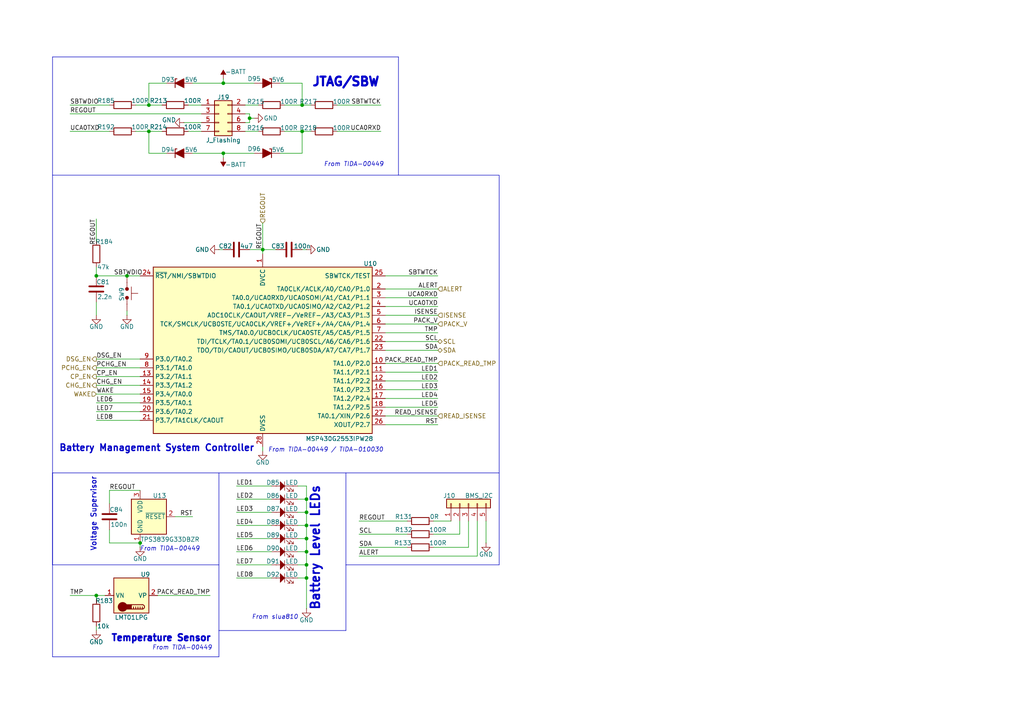
<source format=kicad_sch>
(kicad_sch (version 20250114) (generator "eeschema") (generator_version "9.0")
  (paper "A4")
  (lib_symbols
    (symbol "Connector_Generic:Conn_01x05" (pin_names (offset 1.016) (hide yes))
      (property "Reference" "J" (at 0 7.62 0))
      (property "Value" "Conn_01x05" (at 0 -7.62 0))
      (symbol "Conn_01x05_1_1"
        (rectangle (start -1.27 6.35) (end 1.27 -6.35) (stroke (width 0.254)) (fill (type background)))
        (rectangle (start -1.27 5.207) (end 0 4.953) (stroke (width 0.1524)))
        (rectangle (start -1.27 2.667) (end 0 2.413) (stroke (width 0.1524)))
        (rectangle (start -1.27 0.127) (end 0 -0.127) (stroke (width 0.1524)))
        (rectangle (start -1.27 -2.413) (end 0 -2.667) (stroke (width 0.1524)))
        (rectangle (start -1.27 -4.953) (end 0 -5.207) (stroke (width 0.1524)))
        (pin passive line (at -5.08 5.08 0) (length 3.81) (name "Pin_1") (number "1"))
        (pin passive line (at -5.08 2.54 0) (length 3.81) (name "Pin_2") (number "2"))
        (pin passive line (at -5.08 0 0) (length 3.81) (name "Pin_3") (number "3"))
        (pin passive line (at -5.08 -2.54 0) (length 3.81) (name "Pin_4") (number "4"))
        (pin passive line (at -5.08 -5.08 0) (length 3.81) (name "Pin_5") (number "5"))
      )
    )
    (symbol "Device:C" (pin_numbers (hide yes)) (pin_names (offset 0.254))
      (property "Reference" "C" (at 0.635 2.54 0))
      (property "Value" "C" (at 0.635 -2.54 0))
      (symbol "C_0_1"
        (polyline (pts (xy -2.032 0.762) (xy 2.032 0.762)) (stroke (width 0.508)))
        (polyline (pts (xy -2.032 -0.762) (xy 2.032 -0.762)) (stroke (width 0.508)))
      )
      (symbol "C_1_1"
        (pin passive line (at 0 3.81 270) (length 2.794) (name "~") (number "1"))
        (pin passive line (at 0 -3.81 90) (length 2.794) (name "~") (number "2"))
      )
    )
    (symbol "Device:D_Zener_Filled" (pin_numbers (hide yes)) (pin_names (offset 1.016) (hide yes))
      (property "Reference" "D" (at 0 2.54 0))
      (property "Value" "D_Zener_Filled" (at 0 -2.54 0))
      (symbol "D_Zener_Filled_0_1"
        (polyline (pts (xy -1.27 -1.27) (xy -1.27 1.27) (xy -0.762 1.27)) (stroke (width 0.254)))
        (polyline (pts (xy 1.27 0) (xy -1.27 0)))
        (polyline (pts (xy 1.27 -1.27) (xy 1.27 1.27) (xy -1.27 0) (xy 1.27 -1.27)) (stroke (width 0.254)) (fill (type outline)))
      )
      (symbol "D_Zener_Filled_1_1"
        (pin passive line (at -3.81 0 0) (length 2.54) (name "K") (number "1"))
        (pin passive line (at 3.81 0 180) (length 2.54) (name "A") (number "2"))
      )
    )
    (symbol "Device:R" (pin_numbers (hide yes)) (pin_names (offset 0))
      (property "Reference" "R" (at 2.032 0 90))
      (property "Value" "R" (at 0 0 90))
      (symbol "R_0_1"
        (rectangle (start -1.016 -2.54) (end 1.016 2.54) (stroke (width 0.254)))
      )
      (symbol "R_1_1"
        (pin passive line (at 0 3.81 270) (length 1.27) (name "~") (number "1"))
        (pin passive line (at 0 -3.81 90) (length 1.27) (name "~") (number "2"))
      )
    )
    (symbol "MCU_Texas_MSP430:MSP430G2553IPW28"
      (property "Reference" "U" (at -30.48 25.4 0))
      (property "Value" "MSP430G2553IPW28" (at 24.13 -25.4 0))
      (symbol "MSP430G2553IPW28_0_1"
        (rectangle (start -31.75 24.13) (end 31.75 -24.13) (stroke (width 0.254)) (fill (type background)))
      )
      (symbol "MSP430G2553IPW28_1_1"
        (pin input line (at -35.56 21.59 0) (length 3.81) (name "~{RST}/NMI/SBWTDIO") (number "24"))
        (pin bidirectional line (at -35.56 -2.54 0) (length 3.81) (name "P3.0/TA0.2") (number "9"))
        (pin bidirectional line (at -35.56 -5.08 0) (length 3.81) (name "P3.1/TA1.0") (number "8"))
        (pin bidirectional line (at -35.56 -7.62 0) (length 3.81) (name "P3.2/TA1.1") (number "13"))
        (pin bidirectional line (at -35.56 -10.16 0) (length 3.81) (name "P3.3/TA1.2") (number "14"))
        (pin bidirectional line (at -35.56 -12.7 0) (length 3.81) (name "P3.4/TA0.0") (number "15"))
        (pin bidirectional line (at -35.56 -15.24 0) (length 3.81) (name "P3.5/TA0.1") (number "19"))
        (pin bidirectional line (at -35.56 -17.78 0) (length 3.81) (name "P3.6/TA0.2") (number "20"))
        (pin bidirectional line (at -35.56 -20.32 0) (length 3.81) (name "P3.7/TA1CLK/CAOUT") (number "21"))
        (pin power_in line (at 0 27.94 270) (length 3.81) (name "DVCC") (number "1"))
        (pin power_in line (at 0 -27.94 90) (length 3.81) (name "DVSS") (number "28"))
        (pin input line (at 35.56 21.59 180) (length 3.81) (name "SBWTCK/TEST") (number "25"))
        (pin bidirectional line (at 35.56 17.78 180) (length 3.81) (name "TA0CLK/ACLK/A0/CA0/P1.0") (number "2"))
        (pin bidirectional line (at 35.56 15.24 180) (length 3.81) (name "TA0.0/UCA0RXD/UCA0SOMI/A1/CA1/P1.1") (number "3"))
        (pin bidirectional line (at 35.56 12.7 180) (length 3.81) (name "TA0.1/UCA0TXD/UCA0SIMO/A2/CA2/P1.2") (number "4"))
        (pin bidirectional line (at 35.56 10.16 180) (length 3.81) (name "ADC10CLK/CAOUT/VREF-/VeREF-/A3/CA3/P1.3") (number "5"))
        (pin bidirectional line (at 35.56 7.62 180) (length 3.81) (name "TCK/SMCLK/UCB0STE/UCA0CLK/VREF+/VeREF+/A4/CA4/P1.4") (number "6"))
        (pin bidirectional line (at 35.56 5.08 180) (length 3.81) (name "TMS/TA0.0/UCB0CLK/UCA0STE/A5/CA5/P1.5") (number "7"))
        (pin bidirectional line (at 35.56 2.54 180) (length 3.81) (name "TDI/TCLK/TA0.1/UCB0SOMI/UCB0SCL/A6/CA6/P1.6") (number "22"))
        (pin bidirectional line (at 35.56 0 180) (length 3.81) (name "TDO/TDI/CAOUT/UCB0SIMO/UCB0SDA/A7/CA7/P1.7") (number "23"))
        (pin bidirectional line (at 35.56 -3.81 180) (length 3.81) (name "TA1.0/P2.0") (number "10"))
        (pin bidirectional line (at 35.56 -6.35 180) (length 3.81) (name "TA1.1/P2.1") (number "11"))
        (pin bidirectional line (at 35.56 -8.89 180) (length 3.81) (name "TA1.1/P2.2") (number "12"))
        (pin bidirectional line (at 35.56 -11.43 180) (length 3.81) (name "TA1.0/P2.3") (number "16"))
        (pin bidirectional line (at 35.56 -13.97 180) (length 3.81) (name "TA1.2/P2.4") (number "17"))
        (pin bidirectional line (at 35.56 -16.51 180) (length 3.81) (name "TA1.2/P2.5") (number "18"))
        (pin bidirectional line (at 35.56 -19.05 180) (length 3.81) (name "TA0.1/XIN/P2.6") (number "27"))
        (pin bidirectional line (at 35.56 -21.59 180) (length 3.81) (name "XOUT/P2.7") (number "26"))
      )
    )
    (symbol "PCM_4ms_Connector:Conn_02x04" (pin_names (offset 1.016) (hide yes))
      (property "Reference" "J" (at 1.27 5.08 0))
      (property "Value" "Conn_02x04" (at 1.27 -7.62 0))
      (symbol "Conn_02x04_1_1"
        (rectangle (start -1.27 3.81) (end 3.81 -6.35) (stroke (width 0.254)) (fill (type background)))
        (rectangle (start -1.27 2.667) (end 0 2.413) (stroke (width 0.1524)))
        (rectangle (start -1.27 0.127) (end 0 -0.127) (stroke (width 0.1524)))
        (rectangle (start -1.27 -2.413) (end 0 -2.667) (stroke (width 0.1524)))
        (rectangle (start -1.27 -4.953) (end 0 -5.207) (stroke (width 0.1524)))
        (rectangle (start 3.81 2.667) (end 2.54 2.413) (stroke (width 0.1524)))
        (rectangle (start 3.81 0.127) (end 2.54 -0.127) (stroke (width 0.1524)))
        (rectangle (start 3.81 -2.413) (end 2.54 -2.667) (stroke (width 0.1524)))
        (rectangle (start 3.81 -4.953) (end 2.54 -5.207) (stroke (width 0.1524)))
        (pin passive line (at -5.08 2.54 0) (length 3.81) (name "Pin_1") (number "1"))
        (pin passive line (at -5.08 0 0) (length 3.81) (name "Pin_3") (number "3"))
        (pin passive line (at -5.08 -2.54 0) (length 3.81) (name "Pin_5") (number "5"))
        (pin passive line (at -5.08 -5.08 0) (length 3.81) (name "Pin_7") (number "7"))
        (pin passive line (at 7.62 2.54 180) (length 3.81) (name "Pin_2") (number "2"))
        (pin passive line (at 7.62 0 180) (length 3.81) (name "Pin_4") (number "4"))
        (pin passive line (at 7.62 -2.54 180) (length 3.81) (name "Pin_6") (number "6"))
        (pin passive line (at 7.62 -5.08 180) (length 3.81) (name "Pin_8") (number "8"))
      )
    )
    (symbol "PCM_SL_Devices:LED"
      (property "Reference" "D" (at -0.508 5.334 0))
      (property "Value" "LED" (at -0.508 2.794 0))
      (symbol "LED_0_1"
        (polyline (pts (xy -1.27 0) (xy -2.54 0)))
        (polyline (pts (xy 0 1.27) (xy 0 -1.27)))
        (polyline (pts (xy 0 0) (xy -1.27 -1.27) (xy -1.27 1.27) (xy 0 0) (xy 1.27 0)) (fill (type outline)))
        (polyline (pts (xy 0.508 0.508) (xy 1.524 1.524)))
        (polyline (pts (xy 1.27 0) (xy 2.54 0)))
        (polyline (pts (xy 1.524 1.524) (xy 0.889 1.524)))
        (polyline (pts (xy 1.524 1.524) (xy 1.524 0.889)))
        (polyline (pts (xy 1.524 0.508) (xy 2.54 1.524)))
        (polyline (pts (xy 2.54 1.524) (xy 1.905 1.524)))
        (polyline (pts (xy 2.54 1.524) (xy 2.54 0.889)))
      )
      (symbol "LED_1_1"
        (pin passive line (at -3.81 0 0) (length 1.5) (name "") (number "2"))
        (pin passive line (at 3.81 0 180) (length 1.5) (name "~") (number "1"))
      )
    )
    (symbol "PCM_SL_Devices:Push_Button" (pin_numbers (hide yes)) (pin_names (hide yes))
      (property "Reference" "SW" (at 0 6.35 0))
      (property "Value" "Push_Button" (at 0 4.445 0))
      (symbol "Push_Button_0_1"
        (polyline (pts (xy -3.175 0) (xy -1.778 0)))
        (polyline (pts (xy -1.905 1.27) (xy 1.905 1.27)))
        (circle (center -1.27 0) (radius 0.4579) (fill (type outline)))
        (polyline (pts (xy 0 1.27) (xy 0 3.175)))
        (circle (center 1.27 0) (radius 0.4579) (fill (type outline)))
        (polyline (pts (xy 1.778 0) (xy 3.175 0)))
      )
      (symbol "Push_Button_1_1"
        (pin passive line (at -5.08 0 0) (length 2) (name "") (number "1"))
        (pin passive line (at 5.08 0 180) (length 2) (name "") (number "2"))
      )
    )
    (symbol "Power_Supervisor:TPS3839DBZ" (pin_names (offset 0.254))
      (property "Reference" "U" (at 2.54 8.89 0))
      (property "Value" "TPS3839DBZ" (at 2.54 6.35 0))
      (symbol "TPS3839DBZ_0_1"
        (rectangle (start -2.54 5.08) (end 7.62 -5.08) (stroke (width 0.254)) (fill (type background)))
      )
      (symbol "TPS3839DBZ_1_1"
        (pin power_in line (at 0 7.62 270) (length 2.54) (name "VDD") (number "3"))
        (pin power_in line (at 0 -7.62 90) (length 2.54) (name "GND") (number "1"))
        (pin output line (at 10.16 0 180) (length 2.54) (name "~{RESET}") (number "2"))
      )
    )
    (symbol "Sensor_Temperature:LMT01LPG"
      (property "Reference" "U" (at -3.81 6.35 0))
      (property "Value" "LMT01LPG" (at 6.35 -6.35 0))
      (symbol "LMT01LPG_0_1"
        (polyline (pts (xy -3.937 3.175) (xy -3.937 0)) (stroke (width 0.254)))
        (polyline (pts (xy -3.937 3.175) (xy -3.302 3.175)) (stroke (width 0.254)))
        (polyline (pts (xy -3.937 2.54) (xy -3.302 2.54)) (stroke (width 0.254)))
        (polyline (pts (xy -3.937 1.905) (xy -3.302 1.905)) (stroke (width 0.254)))
        (polyline (pts (xy -3.937 1.27) (xy -3.302 1.27)) (stroke (width 0.254)))
        (polyline (pts (xy -3.937 0.635) (xy -3.302 0.635)) (stroke (width 0.254)))
        (arc (start -3.937 3.175) (mid -3.302 3.8073) (end -2.667 3.175) (stroke (width 0.254)))
        (circle (center -3.302 -2.54) (radius 1.27) (stroke (width 0.254)) (fill (type outline)))
        (polyline (pts (xy -2.667 3.175) (xy -2.667 0)) (stroke (width 0.254)))
        (rectangle (start -2.667 -1.905) (end -3.937 0) (stroke (width 0.254)) (fill (type outline)))
      )
      (symbol "LMT01LPG_1_1"
        (rectangle (start -5.08 5.08) (end 5.08 -5.08) (stroke (width 0.254)) (fill (type background)))
        (pin bidirectional line (at 0 7.62 270) (length 2.54) (name "VP") (number "2"))
        (pin bidirectional line (at 0 -7.62 90) (length 2.54) (name "VN") (number "1"))
      )
    )
    (symbol "power:-BATT" (power) (pin_numbers (hide yes)) (pin_names (offset 0) (hide yes))
      (property "Value" "-BATT" (at 0 3.556 0))
      (symbol "-BATT_0_1"
        (polyline (pts (xy 0 0) (xy 0 2.54)))
        (polyline (pts (xy 0.762 1.27) (xy -0.762 1.27) (xy 0 2.54) (xy 0.762 1.27)) (fill (type outline)))
      )
      (symbol "-BATT_1_1"
        (pin power_in line (at 0 0 90) (length 0) (name "~") (number "1"))
      )
    )
    (symbol "power:GND" (power) (pin_numbers (hide yes)) (pin_names (offset 0) (hide yes))
      (property "Value" "GND" (at 0 -3.81 0))
      (symbol "GND_0_1"
        (polyline (pts (xy 0 0) (xy 0 -1.27) (xy 1.27 -1.27) (xy 0 -2.54) (xy -1.27 -1.27) (xy 0 -1.27)))
      )
      (symbol "GND_1_1"
        (pin power_in line (at 0 0 270) (length 0) (name "~") (number "1"))
      )
    )
  )
  (rectangle (start 15.24 50.8) (end 144.78 137.16))
  (text "JTAG/SBW" (at 100.33 23.876 0) (effects (font (size 2.54 2.54) (thickness 1.016) (bold yes))))
  (text "From TIDA-00449 / TIDA-010030" (at 94.488 130.556 0) (effects (font (size 1.27 1.27) (italic yes))))
  (text "Temperature Sensor" (at 46.736 185.166 0) (effects (font (size 1.905 1.905) (thickness 0.508) (bold yes))))
  (text "Battery Level LEDs" (at 91.44 159.004 90) (effects (font (size 2.54 2.54) (thickness 0.508) (bold yes))))
  (text "From TIDA-00449" (at 49.276 159.258 0) (effects (font (size 1.27 1.27) (italic yes))))
  (text "From TIDA-00449" (at 102.616 47.752 0) (effects (font (size 1.27 1.27) (italic yes))))
  (text "From TIDA-00449" (at 52.832 187.96 0) (effects (font (size 1.27 1.27) (italic yes))))
  (text "Voltage Supervisor" (at 27.178 149.098 90) (effects (font (size 1.524 1.524) (thickness 0.254) (bold yes))))
  (text "Battery Management System Controller" (at 45.466 130.048 0) (effects (font (size 1.905 1.905) (thickness 0.381) (bold yes))))
  (text "From slua810" (at 79.756 179.07 0) (effects (font (size 1.27 1.27) (italic yes))))
  (junction (at 88.9 163.83))
  (junction (at 88.9 148.59))
  (junction (at 64.77 44.45))
  (junction (at 76.2 72.39))
  (junction (at 43.18 38.1))
  (junction (at 72.39 34.29))
  (junction (at 27.94 80.01))
  (junction (at 88.9 152.4))
  (junction (at 36.83 80.01))
  (junction (at 43.18 30.48))
  (junction (at 64.77 24.13))
  (junction (at 88.9 156.21))
  (junction (at 88.9 144.78))
  (junction (at 40.64 157.48))
  (junction (at 27.94 172.72))
  (junction (at 87.63 30.48))
  (junction (at 88.9 160.02))
  (junction (at 87.63 38.1))
  (junction (at 88.9 167.64))
  (wire (pts (xy 87.63 24.13) (xy 87.63 30.48)))
  (wire (pts (xy 76.2 64.77) (xy 76.2 72.39)))
  (wire (pts (xy 88.9 156.21) (xy 88.9 160.02)))
  (wire (pts (xy 78.74 144.78) (xy 68.58 144.78)))
  (wire (pts (xy 71.12 38.1) (xy 74.93 38.1)))
  (polyline (pts (xy 15.24 137.16) (xy 15.24 190.5)))
  (wire (pts (xy 48.26 24.13) (xy 43.18 24.13)))
  (wire (pts (xy 64.77 22.86) (xy 64.77 24.13)))
  (wire (pts (xy 20.32 33.02) (xy 58.42 33.02)))
  (wire (pts (xy 125.73 151.13) (xy 130.81 151.13)))
  (polyline (pts (xy 100.33 137.16) (xy 100.33 163.83)))
  (wire (pts (xy 20.32 38.1) (xy 31.75 38.1)))
  (wire (pts (xy 20.32 172.72) (xy 27.94 172.72)))
  (polyline (pts (xy 100.33 163.83) (xy 144.78 163.83)))
  (wire (pts (xy 27.94 104.14) (xy 40.64 104.14)))
  (wire (pts (xy 36.83 80.01) (xy 40.64 80.01)))
  (wire (pts (xy 78.74 167.64) (xy 68.58 167.64)))
  (wire (pts (xy 40.64 121.92) (xy 27.94 121.92)))
  (wire (pts (xy 27.94 109.22) (xy 40.64 109.22)))
  (wire (pts (xy 31.75 153.67) (xy 31.75 157.48)))
  (wire (pts (xy 78.74 163.83) (xy 68.58 163.83)))
  (wire (pts (xy 86.36 163.83) (xy 88.9 163.83)))
  (wire (pts (xy 27.94 106.68) (xy 40.64 106.68)))
  (wire (pts (xy 111.76 88.9) (xy 127 88.9)))
  (polyline (pts (xy 15.24 137.16) (xy 15.24 163.83)))
  (wire (pts (xy 36.83 90.17) (xy 36.83 91.44)))
  (wire (pts (xy 78.74 152.4) (xy 68.58 152.4)))
  (wire (pts (xy 39.37 30.48) (xy 43.18 30.48)))
  (wire (pts (xy 86.36 144.78) (xy 88.9 144.78)))
  (wire (pts (xy 110.49 38.1) (xy 97.79 38.1)))
  (wire (pts (xy 88.9 152.4) (xy 88.9 156.21)))
  (wire (pts (xy 104.14 154.94) (xy 118.11 154.94)))
  (wire (pts (xy 27.94 111.76) (xy 40.64 111.76)))
  (wire (pts (xy 86.36 152.4) (xy 88.9 152.4)))
  (wire (pts (xy 111.76 91.44) (xy 127 91.44)))
  (polyline (pts (xy 63.5 182.88) (xy 100.33 182.88)))
  (wire (pts (xy 27.94 63.5) (xy 27.94 69.85)))
  (wire (pts (xy 40.64 119.38) (xy 27.94 119.38)))
  (wire (pts (xy 87.63 44.45) (xy 87.63 38.1)))
  (wire (pts (xy 125.73 158.75) (xy 135.89 158.75)))
  (wire (pts (xy 111.76 86.36) (xy 127 86.36)))
  (wire (pts (xy 63.5 72.39) (xy 64.77 72.39)))
  (wire (pts (xy 27.94 77.47) (xy 27.94 80.01)))
  (wire (pts (xy 81.28 24.13) (xy 87.63 24.13)))
  (wire (pts (xy 31.75 157.48) (xy 40.64 157.48)))
  (wire (pts (xy 78.74 140.97) (xy 68.58 140.97)))
  (wire (pts (xy 71.12 33.02) (xy 72.39 33.02)))
  (wire (pts (xy 87.63 72.39) (xy 88.9 72.39)))
  (wire (pts (xy 111.76 83.82) (xy 127 83.82)))
  (wire (pts (xy 135.89 151.13) (xy 135.89 158.75)))
  (wire (pts (xy 55.88 24.13) (xy 64.77 24.13)))
  (wire (pts (xy 54.61 30.48) (xy 58.42 30.48)))
  (wire (pts (xy 72.39 34.29) (xy 72.39 35.56)))
  (wire (pts (xy 31.75 142.24) (xy 40.64 142.24)))
  (wire (pts (xy 31.75 146.05) (xy 31.75 142.24)))
  (wire (pts (xy 88.9 167.64) (xy 88.9 176.53)))
  (wire (pts (xy 111.76 99.06) (xy 127 99.06)))
  (wire (pts (xy 88.9 144.78) (xy 88.9 148.59)))
  (polyline (pts (xy 100.33 163.83) (xy 100.33 182.88)))
  (wire (pts (xy 76.2 72.39) (xy 80.01 72.39)))
  (wire (pts (xy 43.18 44.45) (xy 43.18 38.1)))
  (wire (pts (xy 88.9 160.02) (xy 88.9 163.83)))
  (wire (pts (xy 138.43 161.29) (xy 138.43 151.13)))
  (wire (pts (xy 140.97 157.48) (xy 140.97 151.13)))
  (wire (pts (xy 82.55 38.1) (xy 87.63 38.1)))
  (polyline (pts (xy 63.5 182.88) (xy 63.5 190.5)))
  (wire (pts (xy 20.32 30.48) (xy 31.75 30.48)))
  (polyline (pts (xy 15.24 16.51) (xy 15.24 50.8)))
  (wire (pts (xy 111.76 120.65) (xy 127 120.65)))
  (wire (pts (xy 71.12 35.56) (xy 72.39 35.56)))
  (wire (pts (xy 82.55 30.48) (xy 87.63 30.48)))
  (wire (pts (xy 27.94 172.72) (xy 27.94 173.99)))
  (wire (pts (xy 43.18 30.48) (xy 46.99 30.48)))
  (polyline (pts (xy 144.78 137.16) (xy 144.78 163.83)))
  (wire (pts (xy 111.76 80.01) (xy 127 80.01)))
  (wire (pts (xy 111.76 96.52) (xy 127 96.52)))
  (wire (pts (xy 48.26 44.45) (xy 43.18 44.45)))
  (wire (pts (xy 64.77 45.72) (xy 64.77 44.45)))
  (wire (pts (xy 86.36 156.21) (xy 88.9 156.21)))
  (wire (pts (xy 64.77 24.13) (xy 73.66 24.13)))
  (polyline (pts (xy 15.24 163.83) (xy 63.5 163.83)))
  (wire (pts (xy 71.12 30.48) (xy 74.93 30.48)))
  (wire (pts (xy 72.39 34.29) (xy 73.66 34.29)))
  (wire (pts (xy 86.36 160.02) (xy 88.9 160.02)))
  (wire (pts (xy 81.28 44.45) (xy 87.63 44.45)))
  (wire (pts (xy 78.74 148.59) (xy 68.58 148.59)))
  (wire (pts (xy 54.61 38.1) (xy 58.42 38.1)))
  (wire (pts (xy 86.36 167.64) (xy 88.9 167.64)))
  (polyline (pts (xy 15.24 190.5) (xy 63.5 190.5)))
  (wire (pts (xy 50.8 149.86) (xy 55.88 149.86)))
  (wire (pts (xy 64.77 44.45) (xy 73.66 44.45)))
  (wire (pts (xy 86.36 148.59) (xy 88.9 148.59)))
  (wire (pts (xy 27.94 114.3) (xy 40.64 114.3)))
  (wire (pts (xy 78.74 160.02) (xy 68.58 160.02)))
  (wire (pts (xy 133.35 151.13) (xy 133.35 154.94)))
  (wire (pts (xy 111.76 115.57) (xy 127 115.57)))
  (polyline (pts (xy 63.5 137.16) (xy 63.5 182.88)))
  (wire (pts (xy 53.34 35.56) (xy 58.42 35.56)))
  (wire (pts (xy 111.76 118.11) (xy 127 118.11)))
  (wire (pts (xy 111.76 107.95) (xy 127 107.95)))
  (wire (pts (xy 88.9 163.83) (xy 88.9 167.64)))
  (wire (pts (xy 111.76 101.6) (xy 127 101.6)))
  (wire (pts (xy 78.74 156.21) (xy 68.58 156.21)))
  (wire (pts (xy 110.49 30.48) (xy 97.79 30.48)))
  (wire (pts (xy 104.14 151.13) (xy 118.11 151.13)))
  (wire (pts (xy 55.88 44.45) (xy 64.77 44.45)))
  (wire (pts (xy 88.9 148.59) (xy 88.9 152.4)))
  (wire (pts (xy 111.76 123.19) (xy 127 123.19)))
  (wire (pts (xy 76.2 129.54) (xy 76.2 130.81)))
  (wire (pts (xy 76.2 72.39) (xy 76.2 73.66)))
  (wire (pts (xy 111.76 110.49) (xy 127 110.49)))
  (wire (pts (xy 111.76 93.98) (xy 127 93.98)))
  (wire (pts (xy 87.63 30.48) (xy 90.17 30.48)))
  (wire (pts (xy 27.94 80.01) (xy 36.83 80.01)))
  (wire (pts (xy 88.9 140.97) (xy 88.9 144.78)))
  (wire (pts (xy 40.64 157.48) (xy 40.64 158.75)))
  (wire (pts (xy 72.39 33.02) (xy 72.39 34.29)))
  (wire (pts (xy 43.18 24.13) (xy 43.18 30.48)))
  (wire (pts (xy 104.14 161.29) (xy 138.43 161.29)))
  (polyline (pts (xy 15.24 16.51) (xy 115.57 16.51)))
  (wire (pts (xy 39.37 38.1) (xy 43.18 38.1)))
  (wire (pts (xy 111.76 113.03) (xy 127 113.03)))
  (wire (pts (xy 40.64 116.84) (xy 27.94 116.84)))
  (wire (pts (xy 86.36 140.97) (xy 88.9 140.97)))
  (wire (pts (xy 43.18 38.1) (xy 46.99 38.1)))
  (wire (pts (xy 45.72 172.72) (xy 60.96 172.72)))
  (polyline (pts (xy 115.57 16.51) (xy 115.57 50.8)))
  (wire (pts (xy 27.94 172.72) (xy 30.48 172.72)))
  (wire (pts (xy 87.63 38.1) (xy 90.17 38.1)))
  (wire (pts (xy 27.94 87.63) (xy 27.94 91.44)))
  (wire (pts (xy 125.73 154.94) (xy 133.35 154.94)))
  (wire (pts (xy 27.94 181.61) (xy 27.94 182.88)))
  (wire (pts (xy 72.39 72.39) (xy 76.2 72.39)))
  (wire (pts (xy 104.14 158.75) (xy 118.11 158.75)))
  (wire (pts (xy 111.76 105.41) (xy 127 105.41)))
  (label "SDA" (at 127 101.6 180))
  (label "UCA0TXD" (at 20.32 38.1 0))
  (label "CHG_EN" (at 27.94 111.76 0))
  (label "LED7" (at 68.58 163.83 0))
  (label "REGOUT" (at 31.75 142.24 0))
  (label "UCA0RXD" (at 127 86.36 180))
  (label "LED8" (at 68.58 167.64 0))
  (label "DSG_EN" (at 27.94 104.14 0))
  (label "LED3" (at 68.58 148.59 0))
  (label "PACK_READ_TMP" (at 60.96 172.72 180))
  (label "LED1" (at 68.58 140.97 0))
  (label "SCL" (at 127 99.06 180))
  (label "REGOUT" (at 104.14 151.13 0))
  (label "CP_EN" (at 27.94 109.22 0))
  (label "UCA0TXD" (at 127 88.9 180))
  (label "READ_ISENSE" (at 127 120.65 180))
  (label "SBTWTCK" (at 110.49 30.48 180))
  (label "SDA" (at 104.14 158.75 0))
  (label "REGOUT" (at 20.32 33.02 0))
  (label "LED2" (at 127 110.49 180))
  (label "LED2" (at 68.58 144.78 0))
  (label "RST" (at 55.88 149.86 180))
  (label "SCL" (at 104.14 154.94 0))
  (label "REGOUT" (at 76.2 64.77 270))
  (label "PACK_V" (at 127 93.98 180))
  (label "TMP" (at 20.32 172.72 0))
  (label "LED5" (at 68.58 156.21 0))
  (label "LED8" (at 27.94 121.92 0))
  (label "LED1" (at 127 107.95 180))
  (label "PACK_READ_TMP" (at 127 105.41 180))
  (label "LED7" (at 27.94 119.38 0))
  (label "SBTWTCK" (at 127 80.01 180))
  (label "LED6" (at 27.94 116.84 0))
  (label "WAKE" (at 27.94 114.3 0))
  (label "TMP" (at 127 96.52 180))
  (label "RST" (at 127 123.19 180))
  (label "LED3" (at 127 113.03 180))
  (label "UCA0RXD" (at 110.49 38.1 180))
  (label "PCHG_EN" (at 27.94 106.68 0))
  (label "ALERT" (at 104.14 161.29 0))
  (label "LED6" (at 68.58 160.02 0))
  (label "ISENSE" (at 127 91.44 180))
  (label "ALERT" (at 127 83.82 180))
  (label "SBTWDIO" (at 20.32 30.48 0))
  (label "LED5" (at 127 118.11 180))
  (label "LED4" (at 127 115.57 180))
  (label "LED4" (at 68.58 152.4 0))
  (label "SBTWDIO" (at 33.02 80.01 0))
  (label "REGOUT" (at 27.94 63.5 270))
  (hierarchical_label "SCL" (shape bidirectional) (at 127 99.06 0))
  (hierarchical_label "CHG_EN" (shape output) (at 27.94 111.76 180))
  (hierarchical_label "READ_ISENSE" (shape input) (at 127 120.65 0))
  (hierarchical_label "ALERT" (shape input) (at 127 83.82 0))
  (hierarchical_label "SDA" (shape bidirectional) (at 127 101.6 0))
  (hierarchical_label "DSG_EN" (shape output) (at 27.94 104.14 180))
  (hierarchical_label "ISENSE" (shape input) (at 127 91.44 0))
  (hierarchical_label "REGOUT" (shape input) (at 76.2 64.77 90))
  (hierarchical_label "PACK_READ_TMP" (shape input) (at 127 105.41 0))
  (hierarchical_label "WAKE" (shape input) (at 27.94 114.3 180))
  (hierarchical_label "CP_EN" (shape output) (at 27.94 109.22 180))
  (hierarchical_label "PACK_V" (shape input) (at 127 93.98 0))
  (hierarchical_label "PCHG_EN" (shape output) (at 27.94 106.68 180))
  (symbol (lib_id "Device:R") (at 121.92 151.13 90) (unit 1)
    (property "Reference" "R131" (at 117.094 149.86 90))
    (property "Value" "0R" (at 125.984 149.86 90))
    (property "Description" "Resistor" (effects (hide yes)))
  )
  (symbol (lib_id "Device:R") (at 35.56 38.1 90) (unit 1)
    (property "Reference" "R192" (at 30.734 36.83 90))
    (property "Value" "100R" (at 40.64 36.83 90))
    (property "Description" "Resistor" (effects (hide yes)))
  )
  (symbol (lib_id "Device:D_Zener_Filled") (at 52.07 24.13 0) (unit 1)
    (property "Reference" "D93" (at 46.736 23.114 0) (effects (justify left)))
    (property "Value" "5V6" (at 53.594 23.114 0) (effects (justify left)))
    (property "Description" "Zener diode, filled shape" (effects (hide yes)))
  )
  (symbol (lib_id "PCM_4ms_Connector:Conn_02x04") (at 63.5 33.02 0) (unit 1)
    (property "Reference" "J19" (at 64.77 28.194 0))
    (property "Value" "J_Flashing" (at 64.77 40.64 0))
    (property "Footprint" "4ms_Connector:Pins_2x04_2.54mm_TH" (effects (hide yes)))
    (property "Description" "HEADER 2x4 MALE PINS 0.100” 180deg" (effects (hide yes)))
    (property "Specifications" "HEADER 2x4 MALE PINS 0.100” 180deg" (effects (hide yes)))
    (property "Manufacturer" "TAD" (effects (hide yes)))
    (property "Part Number" "1-0802FBV0T" (effects (hide yes)))
  )
  (symbol (lib_id "power:GND") (at 76.2 130.81 0) (unit 1)
    (property "Reference" "#PWR089" (effects (hide yes)))
    (property "Value" "GND" (at 78.232 134.112 0) (effects (justify right)))
    (property "Description" "Power symbol creates a global label with name \"GND\" , ground" (effects (hide yes)))
  )
  (symbol (lib_id "Sensor_Temperature:LMT01LPG") (at 38.1 172.72 270) (mirror x) (unit 1)
    (property "Reference" "U9" (at 42.164 166.624 90))
    (property "Value" "LMT01LPG" (at 38.1 179.07 90))
    (property "Footprint" "Package_TO_SOT_THT:TO-92-2" (effects (hide yes)))
    (property "Datasheet" "https://www.ti.com/lit/ds/symlink/lmt01.pdf" (effects (hide yes)))
    (property "Description" "0.5°C Accurate 2-Pin Digital Output Temperature Sensor With Pulse Count Interface. TO-92-2 package" (effects (hide yes)))
  )
  (symbol (lib_id "Device:D_Zener_Filled") (at 77.47 44.45 0) (mirror y) (unit 1)
    (property "Reference" "D96" (at 75.692 43.18 0) (effects (justify left)))
    (property "Value" "5V6" (at 82.55 43.434 0) (effects (justify left)))
    (property "Description" "Zener diode, filled shape" (effects (hide yes)))
  )
  (symbol (lib_id "Device:R") (at 93.98 30.48 270) (mirror x) (unit 1)
    (property "Reference" "R217" (at 89.408 29.464 90))
    (property "Value" "100R" (at 99.06 29.464 90))
    (property "Description" "Resistor" (effects (hide yes)))
  )
  (symbol (lib_id "Device:R") (at 50.8 38.1 90) (unit 1)
    (property "Reference" "R214" (at 45.974 36.83 90))
    (property "Value" "100R" (at 55.88 36.83 90))
    (property "Description" "Resistor" (effects (hide yes)))
  )
  (symbol (lib_id "Device:R") (at 121.92 158.75 90) (unit 1)
    (property "Reference" "R133" (at 116.84 157.48 90))
    (property "Value" "100R" (at 127 157.48 90))
    (property "Description" "Resistor" (effects (hide yes)))
  )
  (symbol (lib_id "Device:R") (at 78.74 38.1 270) (mirror x) (unit 1)
    (property "Reference" "R216" (at 74.168 37.084 90))
    (property "Value" "100R" (at 83.82 37.084 90))
    (property "Description" "Resistor" (effects (hide yes)))
  )
  (symbol (lib_id "Device:D_Zener_Filled") (at 77.47 24.13 0) (mirror y) (unit 1)
    (property "Reference" "D95" (at 75.692 22.86 0) (effects (justify left)))
    (property "Value" "5V6" (at 82.55 23.114 0) (effects (justify left)))
    (property "Description" "Zener diode, filled shape" (effects (hide yes)))
  )
  (symbol (lib_id "Device:C") (at 31.75 149.86 0) (unit 1)
    (property "Reference" "C84" (at 31.75 147.828 0) (effects (justify left)))
    (property "Value" "100n" (at 32.004 152.146 0) (effects (justify left)))
    (property "Description" "Unpolarized capacitor" (effects (hide yes)))
  )
  (symbol (lib_id "power:-BATT") (at 64.77 22.86 0) (unit 1)
    (property "Reference" "#PWR028" (effects (hide yes)))
    (property "Value" "-BATT" (at 68.326 20.828 0))
    (property "Description" "Power symbol creates a global label with name \"-BATT\"" (effects (hide yes)))
  )
  (symbol (lib_id "Device:C") (at 27.94 83.82 0) (unit 1)
    (property "Reference" "C81" (at 27.94 81.788 0) (effects (justify left)))
    (property "Value" "2.2n" (at 28.194 86.106 0) (effects (justify left)))
    (property "Description" "Unpolarized capacitor" (effects (hide yes)))
  )
  (symbol (lib_id "PCM_SL_Devices:LED") (at 82.55 152.4 0) (mirror x) (unit 1)
    (property "Reference" "D88" (at 77.216 151.384 0) (effects (justify left)))
    (property "Value" "LED" (at 82.804 151.384 0) (effects (justify left)))
    (property "Footprint" "PCM_Diode_SMD_AKL:D_0805_2012Metric" (effects (hide yes)))
    (property "Description" "Common 5mm diameter LED" (effects (hide yes)))
  )
  (symbol (lib_id "Device:R") (at 121.92 154.94 90) (unit 1)
    (property "Reference" "R132" (at 117.094 153.67 90))
    (property "Value" "100R" (at 127 153.67 90))
    (property "Description" "Resistor" (effects (hide yes)))
  )
  (symbol (lib_id "power:GND") (at 73.66 34.29 90) (unit 1)
    (property "Reference" "#PWR091" (effects (hide yes)))
    (property "Value" "GND" (at 76.454 34.29 90) (effects (justify right)))
    (property "Description" "Power symbol creates a global label with name \"GND\" , ground" (effects (hide yes)))
  )
  (symbol (lib_id "power:GND") (at 36.83 91.44 0) (unit 1)
    (property "Reference" "#PWR069" (effects (hide yes)))
    (property "Value" "GND" (at 38.862 94.742 0) (effects (justify right)))
    (property "Description" "Power symbol creates a global label with name \"GND\" , ground" (effects (hide yes)))
  )
  (symbol (lib_id "power:GND") (at 27.94 91.44 0) (unit 1)
    (property "Reference" "#PWR088" (effects (hide yes)))
    (property "Value" "GND" (at 29.972 94.742 0) (effects (justify right)))
    (property "Description" "Power symbol creates a global label with name \"GND\" , ground" (effects (hide yes)))
  )
  (symbol (lib_id "Device:R") (at 50.8 30.48 90) (unit 1)
    (property "Reference" "R213" (at 45.974 29.21 90))
    (property "Value" "100R" (at 55.88 29.21 90))
    (property "Description" "Resistor" (effects (hide yes)))
  )
  (symbol (lib_id "PCM_SL_Devices:LED") (at 82.55 140.97 0) (mirror x) (unit 1)
    (property "Reference" "D85" (at 77.216 139.954 0) (effects (justify left)))
    (property "Value" "LED" (at 82.804 139.954 0) (effects (justify left)))
    (property "Footprint" "PCM_Diode_SMD_AKL:D_0805_2012Metric" (effects (hide yes)))
    (property "Description" "Common 5mm diameter LED" (effects (hide yes)))
  )
  (symbol (lib_id "Device:C") (at 83.82 72.39 90) (unit 1)
    (property "Reference" "C83" (at 82.55 71.374 90) (effects (justify left)))
    (property "Value" "100n" (at 90.17 71.374 90) (effects (justify left)))
    (property "Description" "Unpolarized capacitor" (effects (hide yes)))
  )
  (symbol (lib_id "power:GND") (at 88.9 176.53 0) (unit 1)
    (property "Reference" "#PWR090" (effects (hide yes)))
    (property "Value" "GND" (at 90.932 179.832 0) (effects (justify right)))
    (property "Description" "Power symbol creates a global label with name \"GND\" , ground" (effects (hide yes)))
  )
  (symbol (lib_id "PCM_SL_Devices:LED") (at 82.55 144.78 0) (mirror x) (unit 1)
    (property "Reference" "D86" (at 77.216 143.764 0) (effects (justify left)))
    (property "Value" "LED" (at 82.804 143.764 0) (effects (justify left)))
    (property "Footprint" "PCM_Diode_SMD_AKL:D_0805_2012Metric" (effects (hide yes)))
    (property "Description" "Common 5mm diameter LED" (effects (hide yes)))
  )
  (symbol (lib_id "Device:R") (at 78.74 30.48 270) (mirror x) (unit 1)
    (property "Reference" "R215" (at 74.168 29.464 90))
    (property "Value" "100R" (at 83.82 29.464 90))
    (property "Description" "Resistor" (effects (hide yes)))
  )
  (symbol (lib_id "Power_Supervisor:TPS3839DBZ") (at 40.64 149.86 0) (unit 1)
    (property "Reference" "U13" (at 48.26 143.764 0) (effects (justify right)))
    (property "Value" "TPS3839G33DBZR" (at 57.912 156.464 0) (effects (justify right)))
    (property "Footprint" "Package_TO_SOT_SMD:SOT-23" (effects (hide yes)))
    (property "Datasheet" "http://www.ti.com/lit/ds/sbvs193d/sbvs193d.pdf" (effects (hide yes)))
    (property "Description" "150-nA, Ultralow Power, Supply Voltage Monitor, SOT-23" (effects (hide yes)))
  )
  (symbol (lib_id "power:GND") (at 140.97 157.48 0) (unit 1)
    (property "Reference" "#PWR051" (effects (hide yes)))
    (property "Value" "GND" (at 143.002 160.782 0) (effects (justify right)))
    (property "Description" "Power symbol creates a global label with name \"GND\" , ground" (effects (hide yes)))
  )
  (symbol (lib_id "PCM_SL_Devices:LED") (at 82.55 163.83 0) (mirror x) (unit 1)
    (property "Reference" "D91" (at 77.216 162.814 0) (effects (justify left)))
    (property "Value" "LED" (at 82.804 162.814 0) (effects (justify left)))
    (property "Footprint" "PCM_Diode_SMD_AKL:D_0805_2012Metric" (effects (hide yes)))
    (property "Description" "Common 5mm diameter LED" (effects (hide yes)))
  )
  (symbol (lib_id "Connector_Generic:Conn_01x05") (at 135.89 146.05 90) (unit 1)
    (property "Reference" "J10" (at 130.302 143.764 90))
    (property "Value" "BMS_I2C" (at 138.938 143.764 90))
    (property "Description" "Generic connector, single row, 01x05, script generated (kicad-library-utils/schlib/autogen/connector/)" (effects (hide yes)))
  )
  (symbol (lib_id "Device:R") (at 27.94 73.66 180) (unit 1)
    (property "Reference" "R184" (at 30.226 70.104 0))
    (property "Value" "47k" (at 29.972 77.47 0))
    (property "Description" "Resistor" (effects (hide yes)))
  )
  (symbol (lib_id "PCM_SL_Devices:LED") (at 82.55 160.02 0) (mirror x) (unit 1)
    (property "Reference" "D90" (at 77.216 159.004 0) (effects (justify left)))
    (property "Value" "LED" (at 82.804 159.004 0) (effects (justify left)))
    (property "Footprint" "PCM_Diode_SMD_AKL:D_0805_2012Metric" (effects (hide yes)))
    (property "Description" "Common 5mm diameter LED" (effects (hide yes)))
  )
  (symbol (lib_id "power:GND") (at 88.9 72.39 90) (unit 1)
    (property "Reference" "#PWR073" (effects (hide yes)))
    (property "Value" "GND" (at 91.694 72.39 90) (effects (justify right)))
    (property "Description" "Power symbol creates a global label with name \"GND\" , ground" (effects (hide yes)))
  )
  (symbol (lib_id "PCM_SL_Devices:Push_Button") (at 36.83 85.09 270) (mirror x) (unit 1)
    (property "Reference" "SW9" (at 35.306 85.344 0))
    (property "Value" "Push_Button" (effects (hide yes)))
    (property "Footprint" "Button_Switch_THT:SW_PUSH_6mm" (effects (hide yes)))
    (property "Description" "Common 6mmx6mm Push Button" (effects (hide yes)))
  )
  (symbol (lib_id "Device:R") (at 27.94 177.8 180) (unit 1)
    (property "Reference" "R183" (at 30.226 174.244 0))
    (property "Value" "10k" (at 29.972 181.61 0))
    (property "Description" "Resistor" (effects (hide yes)))
  )
  (symbol (lib_id "Device:R") (at 35.56 30.48 90) (unit 1)
    (property "Reference" "R185" (at 30.734 29.21 90))
    (property "Value" "100R" (at 40.64 29.21 90))
    (property "Description" "Resistor" (effects (hide yes)))
  )
  (symbol (lib_id "power:GND") (at 27.94 182.88 0) (unit 1)
    (property "Reference" "#PWR053" (effects (hide yes)))
    (property "Value" "GND" (at 29.972 186.182 0) (effects (justify right)))
    (property "Description" "Power symbol creates a global label with name \"GND\" , ground" (effects (hide yes)))
  )
  (symbol (lib_id "PCM_SL_Devices:LED") (at 82.55 167.64 0) (mirror x) (unit 1)
    (property "Reference" "D92" (at 77.216 166.624 0) (effects (justify left)))
    (property "Value" "LED" (at 82.804 166.624 0) (effects (justify left)))
    (property "Footprint" "PCM_Diode_SMD_AKL:D_0805_2012Metric" (effects (hide yes)))
    (property "Description" "Common 5mm diameter LED" (effects (hide yes)))
  )
  (symbol (lib_id "Device:C") (at 68.58 72.39 90) (unit 1)
    (property "Reference" "C82" (at 67.31 71.374 90) (effects (justify left)))
    (property "Value" "4u7" (at 73.406 71.374 90) (effects (justify left)))
    (property "Description" "Unpolarized capacitor" (effects (hide yes)))
  )
  (symbol (lib_id "power:GND") (at 53.34 35.56 270) (unit 1)
    (property "Reference" "#PWR071" (effects (hide yes)))
    (property "Value" "GND" (at 51.054 34.798 90) (effects (justify right)))
    (property "Description" "Power symbol creates a global label with name \"GND\" , ground" (effects (hide yes)))
  )
  (symbol (lib_id "power:GND") (at 40.64 158.75 0) (unit 1)
    (property "Reference" "#PWR054" (effects (hide yes)))
    (property "Value" "GND" (at 42.672 162.052 0) (effects (justify right)))
    (property "Description" "Power symbol creates a global label with name \"GND\" , ground" (effects (hide yes)))
  )
  (symbol (lib_id "power:-BATT") (at 64.77 45.72 180) (unit 1)
    (property "Reference" "#PWR072" (effects (hide yes)))
    (property "Value" "-BATT" (at 68.326 47.752 0))
    (property "Description" "Power symbol creates a global label with name \"-BATT\"" (effects (hide yes)))
  )
  (symbol (lib_id "power:GND") (at 63.5 72.39 270) (unit 1)
    (property "Reference" "#PWR070" (effects (hide yes)))
    (property "Value" "GND" (at 60.706 72.39 90) (effects (justify right)))
    (property "Description" "Power symbol creates a global label with name \"GND\" , ground" (effects (hide yes)))
  )
  (symbol (lib_id "Device:R") (at 93.98 38.1 270) (mirror x) (unit 1)
    (property "Reference" "R218" (at 89.408 37.084 90))
    (property "Value" "100R" (at 99.06 37.084 90))
    (property "Description" "Resistor" (effects (hide yes)))
  )
  (symbol (lib_id "PCM_SL_Devices:LED") (at 82.55 148.59 0) (mirror x) (unit 1)
    (property "Reference" "D87" (at 77.216 147.574 0) (effects (justify left)))
    (property "Value" "LED" (at 82.804 147.574 0) (effects (justify left)))
    (property "Footprint" "PCM_Diode_SMD_AKL:D_0805_2012Metric" (effects (hide yes)))
    (property "Description" "Common 5mm diameter LED" (effects (hide yes)))
  )
  (symbol (lib_id "PCM_SL_Devices:LED") (at 82.55 156.21 0) (mirror x) (unit 1)
    (property "Reference" "D89" (at 77.216 155.194 0) (effects (justify left)))
    (property "Value" "LED" (at 82.804 155.194 0) (effects (justify left)))
    (property "Footprint" "PCM_Diode_SMD_AKL:D_0805_2012Metric" (effects (hide yes)))
    (property "Description" "Common 5mm diameter LED" (effects (hide yes)))
  )
  (symbol (lib_id "Device:D_Zener_Filled") (at 52.07 44.45 0) (unit 1)
    (property "Reference" "D94" (at 46.736 43.434 0) (effects (justify left)))
    (property "Value" "5V6" (at 53.594 43.434 0) (effects (justify left)))
    (property "Description" "Zener diode, filled shape" (effects (hide yes)))
  )
  (symbol (lib_id "MCU_Texas_MSP430:MSP430G2553IPW28") (at 76.2 101.6 0) (unit 1)
    (property "Reference" "U10" (at 105.41 76.454 0) (effects (justify left)))
    (property "Value" "MSP430G2553IPW28" (at 88.646 127.254 0) (effects (justify left)))
    (property "Footprint" "Package_SO:TSSOP-28_4.4x9.7mm_P0.65mm" (effects (hide yes)))
    (property "Datasheet" "http://www.ti.com/lit/ds/symlink/msp430g2553.pdf" (effects (hide yes)))
    (property "Description" "16kB Flash, 512B RAM, TSSOP-28" (effects (hide yes)))
  )
)
</source>
